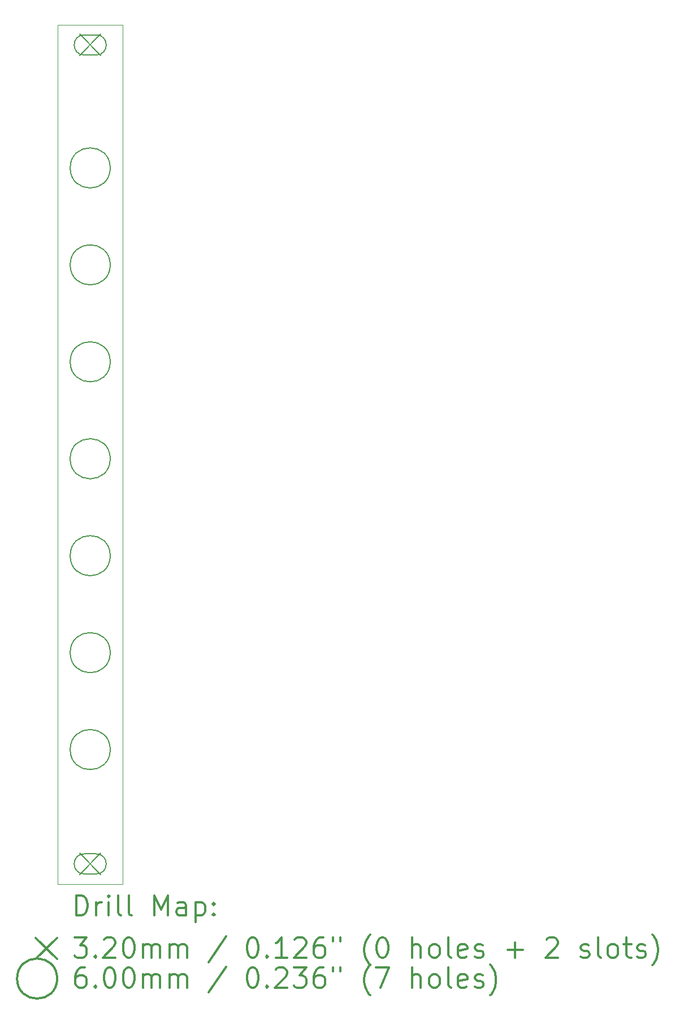
<source format=gbr>
%FSLAX45Y45*%
G04 Gerber Fmt 4.5, Leading zero omitted, Abs format (unit mm)*
G04 Created by KiCad (PCBNEW 5.1.9+dfsg1-1~bpo10+1) date 2022-02-16 02:46:18*
%MOMM*%
%LPD*%
G01*
G04 APERTURE LIST*
%TA.AperFunction,Profile*%
%ADD10C,0.100000*%
%TD*%
%ADD11C,0.200000*%
%ADD12C,0.300000*%
G04 APERTURE END LIST*
D10*
X12980000Y-5000000D02*
X12980000Y-17850000D01*
X12000000Y-5000000D02*
X12980000Y-5000000D01*
X12000000Y-17850000D02*
X12000000Y-5000000D01*
X12980000Y-17850000D02*
X12000000Y-17850000D01*
D11*
X12330000Y-5140000D02*
X12650000Y-5460000D01*
X12650000Y-5140000D02*
X12330000Y-5460000D01*
X12400000Y-5450000D02*
X12580000Y-5450000D01*
X12400000Y-5150000D02*
X12580000Y-5150000D01*
X12580000Y-5450000D02*
G75*
G03*
X12580000Y-5150000I0J150000D01*
G01*
X12400000Y-5150000D02*
G75*
G03*
X12400000Y-5450000I0J-150000D01*
G01*
X12330000Y-17390000D02*
X12650000Y-17710000D01*
X12650000Y-17390000D02*
X12330000Y-17710000D01*
X12400000Y-17700000D02*
X12580000Y-17700000D01*
X12400000Y-17400000D02*
X12580000Y-17400000D01*
X12580000Y-17700000D02*
G75*
G03*
X12580000Y-17400000I0J150000D01*
G01*
X12400000Y-17400000D02*
G75*
G03*
X12400000Y-17700000I0J-150000D01*
G01*
X12790000Y-7140000D02*
G75*
G03*
X12790000Y-7140000I-300000J0D01*
G01*
X12790000Y-8590000D02*
G75*
G03*
X12790000Y-8590000I-300000J0D01*
G01*
X12790000Y-10040000D02*
G75*
G03*
X12790000Y-10040000I-300000J0D01*
G01*
X12790000Y-11490000D02*
G75*
G03*
X12790000Y-11490000I-300000J0D01*
G01*
X12790000Y-12940000D02*
G75*
G03*
X12790000Y-12940000I-300000J0D01*
G01*
X12790000Y-14390000D02*
G75*
G03*
X12790000Y-14390000I-300000J0D01*
G01*
X12790000Y-15840000D02*
G75*
G03*
X12790000Y-15840000I-300000J0D01*
G01*
D12*
X12281428Y-18320714D02*
X12281428Y-18020714D01*
X12352857Y-18020714D01*
X12395714Y-18035000D01*
X12424286Y-18063572D01*
X12438571Y-18092143D01*
X12452857Y-18149286D01*
X12452857Y-18192143D01*
X12438571Y-18249286D01*
X12424286Y-18277857D01*
X12395714Y-18306429D01*
X12352857Y-18320714D01*
X12281428Y-18320714D01*
X12581428Y-18320714D02*
X12581428Y-18120714D01*
X12581428Y-18177857D02*
X12595714Y-18149286D01*
X12610000Y-18135000D01*
X12638571Y-18120714D01*
X12667143Y-18120714D01*
X12767143Y-18320714D02*
X12767143Y-18120714D01*
X12767143Y-18020714D02*
X12752857Y-18035000D01*
X12767143Y-18049286D01*
X12781428Y-18035000D01*
X12767143Y-18020714D01*
X12767143Y-18049286D01*
X12952857Y-18320714D02*
X12924286Y-18306429D01*
X12910000Y-18277857D01*
X12910000Y-18020714D01*
X13110000Y-18320714D02*
X13081428Y-18306429D01*
X13067143Y-18277857D01*
X13067143Y-18020714D01*
X13452857Y-18320714D02*
X13452857Y-18020714D01*
X13552857Y-18235000D01*
X13652857Y-18020714D01*
X13652857Y-18320714D01*
X13924286Y-18320714D02*
X13924286Y-18163572D01*
X13910000Y-18135000D01*
X13881428Y-18120714D01*
X13824286Y-18120714D01*
X13795714Y-18135000D01*
X13924286Y-18306429D02*
X13895714Y-18320714D01*
X13824286Y-18320714D01*
X13795714Y-18306429D01*
X13781428Y-18277857D01*
X13781428Y-18249286D01*
X13795714Y-18220714D01*
X13824286Y-18206429D01*
X13895714Y-18206429D01*
X13924286Y-18192143D01*
X14067143Y-18120714D02*
X14067143Y-18420714D01*
X14067143Y-18135000D02*
X14095714Y-18120714D01*
X14152857Y-18120714D01*
X14181428Y-18135000D01*
X14195714Y-18149286D01*
X14210000Y-18177857D01*
X14210000Y-18263572D01*
X14195714Y-18292143D01*
X14181428Y-18306429D01*
X14152857Y-18320714D01*
X14095714Y-18320714D01*
X14067143Y-18306429D01*
X14338571Y-18292143D02*
X14352857Y-18306429D01*
X14338571Y-18320714D01*
X14324286Y-18306429D01*
X14338571Y-18292143D01*
X14338571Y-18320714D01*
X14338571Y-18135000D02*
X14352857Y-18149286D01*
X14338571Y-18163572D01*
X14324286Y-18149286D01*
X14338571Y-18135000D01*
X14338571Y-18163572D01*
X11675000Y-18655000D02*
X11995000Y-18975000D01*
X11995000Y-18655000D02*
X11675000Y-18975000D01*
X12252857Y-18650714D02*
X12438571Y-18650714D01*
X12338571Y-18765000D01*
X12381428Y-18765000D01*
X12410000Y-18779286D01*
X12424286Y-18793572D01*
X12438571Y-18822143D01*
X12438571Y-18893572D01*
X12424286Y-18922143D01*
X12410000Y-18936429D01*
X12381428Y-18950714D01*
X12295714Y-18950714D01*
X12267143Y-18936429D01*
X12252857Y-18922143D01*
X12567143Y-18922143D02*
X12581428Y-18936429D01*
X12567143Y-18950714D01*
X12552857Y-18936429D01*
X12567143Y-18922143D01*
X12567143Y-18950714D01*
X12695714Y-18679286D02*
X12710000Y-18665000D01*
X12738571Y-18650714D01*
X12810000Y-18650714D01*
X12838571Y-18665000D01*
X12852857Y-18679286D01*
X12867143Y-18707857D01*
X12867143Y-18736429D01*
X12852857Y-18779286D01*
X12681428Y-18950714D01*
X12867143Y-18950714D01*
X13052857Y-18650714D02*
X13081428Y-18650714D01*
X13110000Y-18665000D01*
X13124286Y-18679286D01*
X13138571Y-18707857D01*
X13152857Y-18765000D01*
X13152857Y-18836429D01*
X13138571Y-18893572D01*
X13124286Y-18922143D01*
X13110000Y-18936429D01*
X13081428Y-18950714D01*
X13052857Y-18950714D01*
X13024286Y-18936429D01*
X13010000Y-18922143D01*
X12995714Y-18893572D01*
X12981428Y-18836429D01*
X12981428Y-18765000D01*
X12995714Y-18707857D01*
X13010000Y-18679286D01*
X13024286Y-18665000D01*
X13052857Y-18650714D01*
X13281428Y-18950714D02*
X13281428Y-18750714D01*
X13281428Y-18779286D02*
X13295714Y-18765000D01*
X13324286Y-18750714D01*
X13367143Y-18750714D01*
X13395714Y-18765000D01*
X13410000Y-18793572D01*
X13410000Y-18950714D01*
X13410000Y-18793572D02*
X13424286Y-18765000D01*
X13452857Y-18750714D01*
X13495714Y-18750714D01*
X13524286Y-18765000D01*
X13538571Y-18793572D01*
X13538571Y-18950714D01*
X13681428Y-18950714D02*
X13681428Y-18750714D01*
X13681428Y-18779286D02*
X13695714Y-18765000D01*
X13724286Y-18750714D01*
X13767143Y-18750714D01*
X13795714Y-18765000D01*
X13810000Y-18793572D01*
X13810000Y-18950714D01*
X13810000Y-18793572D02*
X13824286Y-18765000D01*
X13852857Y-18750714D01*
X13895714Y-18750714D01*
X13924286Y-18765000D01*
X13938571Y-18793572D01*
X13938571Y-18950714D01*
X14524286Y-18636429D02*
X14267143Y-19022143D01*
X14910000Y-18650714D02*
X14938571Y-18650714D01*
X14967143Y-18665000D01*
X14981428Y-18679286D01*
X14995714Y-18707857D01*
X15010000Y-18765000D01*
X15010000Y-18836429D01*
X14995714Y-18893572D01*
X14981428Y-18922143D01*
X14967143Y-18936429D01*
X14938571Y-18950714D01*
X14910000Y-18950714D01*
X14881428Y-18936429D01*
X14867143Y-18922143D01*
X14852857Y-18893572D01*
X14838571Y-18836429D01*
X14838571Y-18765000D01*
X14852857Y-18707857D01*
X14867143Y-18679286D01*
X14881428Y-18665000D01*
X14910000Y-18650714D01*
X15138571Y-18922143D02*
X15152857Y-18936429D01*
X15138571Y-18950714D01*
X15124286Y-18936429D01*
X15138571Y-18922143D01*
X15138571Y-18950714D01*
X15438571Y-18950714D02*
X15267143Y-18950714D01*
X15352857Y-18950714D02*
X15352857Y-18650714D01*
X15324286Y-18693572D01*
X15295714Y-18722143D01*
X15267143Y-18736429D01*
X15552857Y-18679286D02*
X15567143Y-18665000D01*
X15595714Y-18650714D01*
X15667143Y-18650714D01*
X15695714Y-18665000D01*
X15710000Y-18679286D01*
X15724286Y-18707857D01*
X15724286Y-18736429D01*
X15710000Y-18779286D01*
X15538571Y-18950714D01*
X15724286Y-18950714D01*
X15981428Y-18650714D02*
X15924286Y-18650714D01*
X15895714Y-18665000D01*
X15881428Y-18679286D01*
X15852857Y-18722143D01*
X15838571Y-18779286D01*
X15838571Y-18893572D01*
X15852857Y-18922143D01*
X15867143Y-18936429D01*
X15895714Y-18950714D01*
X15952857Y-18950714D01*
X15981428Y-18936429D01*
X15995714Y-18922143D01*
X16010000Y-18893572D01*
X16010000Y-18822143D01*
X15995714Y-18793572D01*
X15981428Y-18779286D01*
X15952857Y-18765000D01*
X15895714Y-18765000D01*
X15867143Y-18779286D01*
X15852857Y-18793572D01*
X15838571Y-18822143D01*
X16124286Y-18650714D02*
X16124286Y-18707857D01*
X16238571Y-18650714D02*
X16238571Y-18707857D01*
X16681428Y-19065000D02*
X16667143Y-19050714D01*
X16638571Y-19007857D01*
X16624286Y-18979286D01*
X16610000Y-18936429D01*
X16595714Y-18865000D01*
X16595714Y-18807857D01*
X16610000Y-18736429D01*
X16624286Y-18693572D01*
X16638571Y-18665000D01*
X16667143Y-18622143D01*
X16681428Y-18607857D01*
X16852857Y-18650714D02*
X16881428Y-18650714D01*
X16910000Y-18665000D01*
X16924286Y-18679286D01*
X16938571Y-18707857D01*
X16952857Y-18765000D01*
X16952857Y-18836429D01*
X16938571Y-18893572D01*
X16924286Y-18922143D01*
X16910000Y-18936429D01*
X16881428Y-18950714D01*
X16852857Y-18950714D01*
X16824286Y-18936429D01*
X16810000Y-18922143D01*
X16795714Y-18893572D01*
X16781428Y-18836429D01*
X16781428Y-18765000D01*
X16795714Y-18707857D01*
X16810000Y-18679286D01*
X16824286Y-18665000D01*
X16852857Y-18650714D01*
X17310000Y-18950714D02*
X17310000Y-18650714D01*
X17438571Y-18950714D02*
X17438571Y-18793572D01*
X17424286Y-18765000D01*
X17395714Y-18750714D01*
X17352857Y-18750714D01*
X17324286Y-18765000D01*
X17310000Y-18779286D01*
X17624286Y-18950714D02*
X17595714Y-18936429D01*
X17581428Y-18922143D01*
X17567143Y-18893572D01*
X17567143Y-18807857D01*
X17581428Y-18779286D01*
X17595714Y-18765000D01*
X17624286Y-18750714D01*
X17667143Y-18750714D01*
X17695714Y-18765000D01*
X17710000Y-18779286D01*
X17724286Y-18807857D01*
X17724286Y-18893572D01*
X17710000Y-18922143D01*
X17695714Y-18936429D01*
X17667143Y-18950714D01*
X17624286Y-18950714D01*
X17895714Y-18950714D02*
X17867143Y-18936429D01*
X17852857Y-18907857D01*
X17852857Y-18650714D01*
X18124286Y-18936429D02*
X18095714Y-18950714D01*
X18038571Y-18950714D01*
X18010000Y-18936429D01*
X17995714Y-18907857D01*
X17995714Y-18793572D01*
X18010000Y-18765000D01*
X18038571Y-18750714D01*
X18095714Y-18750714D01*
X18124286Y-18765000D01*
X18138571Y-18793572D01*
X18138571Y-18822143D01*
X17995714Y-18850714D01*
X18252857Y-18936429D02*
X18281428Y-18950714D01*
X18338571Y-18950714D01*
X18367143Y-18936429D01*
X18381428Y-18907857D01*
X18381428Y-18893572D01*
X18367143Y-18865000D01*
X18338571Y-18850714D01*
X18295714Y-18850714D01*
X18267143Y-18836429D01*
X18252857Y-18807857D01*
X18252857Y-18793572D01*
X18267143Y-18765000D01*
X18295714Y-18750714D01*
X18338571Y-18750714D01*
X18367143Y-18765000D01*
X18738571Y-18836429D02*
X18967143Y-18836429D01*
X18852857Y-18950714D02*
X18852857Y-18722143D01*
X19324286Y-18679286D02*
X19338571Y-18665000D01*
X19367143Y-18650714D01*
X19438571Y-18650714D01*
X19467143Y-18665000D01*
X19481428Y-18679286D01*
X19495714Y-18707857D01*
X19495714Y-18736429D01*
X19481428Y-18779286D01*
X19310000Y-18950714D01*
X19495714Y-18950714D01*
X19838571Y-18936429D02*
X19867143Y-18950714D01*
X19924286Y-18950714D01*
X19952857Y-18936429D01*
X19967143Y-18907857D01*
X19967143Y-18893572D01*
X19952857Y-18865000D01*
X19924286Y-18850714D01*
X19881428Y-18850714D01*
X19852857Y-18836429D01*
X19838571Y-18807857D01*
X19838571Y-18793572D01*
X19852857Y-18765000D01*
X19881428Y-18750714D01*
X19924286Y-18750714D01*
X19952857Y-18765000D01*
X20138571Y-18950714D02*
X20110000Y-18936429D01*
X20095714Y-18907857D01*
X20095714Y-18650714D01*
X20295714Y-18950714D02*
X20267143Y-18936429D01*
X20252857Y-18922143D01*
X20238571Y-18893572D01*
X20238571Y-18807857D01*
X20252857Y-18779286D01*
X20267143Y-18765000D01*
X20295714Y-18750714D01*
X20338571Y-18750714D01*
X20367143Y-18765000D01*
X20381428Y-18779286D01*
X20395714Y-18807857D01*
X20395714Y-18893572D01*
X20381428Y-18922143D01*
X20367143Y-18936429D01*
X20338571Y-18950714D01*
X20295714Y-18950714D01*
X20481428Y-18750714D02*
X20595714Y-18750714D01*
X20524286Y-18650714D02*
X20524286Y-18907857D01*
X20538571Y-18936429D01*
X20567143Y-18950714D01*
X20595714Y-18950714D01*
X20681428Y-18936429D02*
X20710000Y-18950714D01*
X20767143Y-18950714D01*
X20795714Y-18936429D01*
X20810000Y-18907857D01*
X20810000Y-18893572D01*
X20795714Y-18865000D01*
X20767143Y-18850714D01*
X20724286Y-18850714D01*
X20695714Y-18836429D01*
X20681428Y-18807857D01*
X20681428Y-18793572D01*
X20695714Y-18765000D01*
X20724286Y-18750714D01*
X20767143Y-18750714D01*
X20795714Y-18765000D01*
X20910000Y-19065000D02*
X20924286Y-19050714D01*
X20952857Y-19007857D01*
X20967143Y-18979286D01*
X20981428Y-18936429D01*
X20995714Y-18865000D01*
X20995714Y-18807857D01*
X20981428Y-18736429D01*
X20967143Y-18693572D01*
X20952857Y-18665000D01*
X20924286Y-18622143D01*
X20910000Y-18607857D01*
X11995000Y-19265000D02*
G75*
G03*
X11995000Y-19265000I-300000J0D01*
G01*
X12410000Y-19100714D02*
X12352857Y-19100714D01*
X12324286Y-19115000D01*
X12310000Y-19129286D01*
X12281428Y-19172143D01*
X12267143Y-19229286D01*
X12267143Y-19343572D01*
X12281428Y-19372143D01*
X12295714Y-19386429D01*
X12324286Y-19400714D01*
X12381428Y-19400714D01*
X12410000Y-19386429D01*
X12424286Y-19372143D01*
X12438571Y-19343572D01*
X12438571Y-19272143D01*
X12424286Y-19243572D01*
X12410000Y-19229286D01*
X12381428Y-19215000D01*
X12324286Y-19215000D01*
X12295714Y-19229286D01*
X12281428Y-19243572D01*
X12267143Y-19272143D01*
X12567143Y-19372143D02*
X12581428Y-19386429D01*
X12567143Y-19400714D01*
X12552857Y-19386429D01*
X12567143Y-19372143D01*
X12567143Y-19400714D01*
X12767143Y-19100714D02*
X12795714Y-19100714D01*
X12824286Y-19115000D01*
X12838571Y-19129286D01*
X12852857Y-19157857D01*
X12867143Y-19215000D01*
X12867143Y-19286429D01*
X12852857Y-19343572D01*
X12838571Y-19372143D01*
X12824286Y-19386429D01*
X12795714Y-19400714D01*
X12767143Y-19400714D01*
X12738571Y-19386429D01*
X12724286Y-19372143D01*
X12710000Y-19343572D01*
X12695714Y-19286429D01*
X12695714Y-19215000D01*
X12710000Y-19157857D01*
X12724286Y-19129286D01*
X12738571Y-19115000D01*
X12767143Y-19100714D01*
X13052857Y-19100714D02*
X13081428Y-19100714D01*
X13110000Y-19115000D01*
X13124286Y-19129286D01*
X13138571Y-19157857D01*
X13152857Y-19215000D01*
X13152857Y-19286429D01*
X13138571Y-19343572D01*
X13124286Y-19372143D01*
X13110000Y-19386429D01*
X13081428Y-19400714D01*
X13052857Y-19400714D01*
X13024286Y-19386429D01*
X13010000Y-19372143D01*
X12995714Y-19343572D01*
X12981428Y-19286429D01*
X12981428Y-19215000D01*
X12995714Y-19157857D01*
X13010000Y-19129286D01*
X13024286Y-19115000D01*
X13052857Y-19100714D01*
X13281428Y-19400714D02*
X13281428Y-19200714D01*
X13281428Y-19229286D02*
X13295714Y-19215000D01*
X13324286Y-19200714D01*
X13367143Y-19200714D01*
X13395714Y-19215000D01*
X13410000Y-19243572D01*
X13410000Y-19400714D01*
X13410000Y-19243572D02*
X13424286Y-19215000D01*
X13452857Y-19200714D01*
X13495714Y-19200714D01*
X13524286Y-19215000D01*
X13538571Y-19243572D01*
X13538571Y-19400714D01*
X13681428Y-19400714D02*
X13681428Y-19200714D01*
X13681428Y-19229286D02*
X13695714Y-19215000D01*
X13724286Y-19200714D01*
X13767143Y-19200714D01*
X13795714Y-19215000D01*
X13810000Y-19243572D01*
X13810000Y-19400714D01*
X13810000Y-19243572D02*
X13824286Y-19215000D01*
X13852857Y-19200714D01*
X13895714Y-19200714D01*
X13924286Y-19215000D01*
X13938571Y-19243572D01*
X13938571Y-19400714D01*
X14524286Y-19086429D02*
X14267143Y-19472143D01*
X14910000Y-19100714D02*
X14938571Y-19100714D01*
X14967143Y-19115000D01*
X14981428Y-19129286D01*
X14995714Y-19157857D01*
X15010000Y-19215000D01*
X15010000Y-19286429D01*
X14995714Y-19343572D01*
X14981428Y-19372143D01*
X14967143Y-19386429D01*
X14938571Y-19400714D01*
X14910000Y-19400714D01*
X14881428Y-19386429D01*
X14867143Y-19372143D01*
X14852857Y-19343572D01*
X14838571Y-19286429D01*
X14838571Y-19215000D01*
X14852857Y-19157857D01*
X14867143Y-19129286D01*
X14881428Y-19115000D01*
X14910000Y-19100714D01*
X15138571Y-19372143D02*
X15152857Y-19386429D01*
X15138571Y-19400714D01*
X15124286Y-19386429D01*
X15138571Y-19372143D01*
X15138571Y-19400714D01*
X15267143Y-19129286D02*
X15281428Y-19115000D01*
X15310000Y-19100714D01*
X15381428Y-19100714D01*
X15410000Y-19115000D01*
X15424286Y-19129286D01*
X15438571Y-19157857D01*
X15438571Y-19186429D01*
X15424286Y-19229286D01*
X15252857Y-19400714D01*
X15438571Y-19400714D01*
X15538571Y-19100714D02*
X15724286Y-19100714D01*
X15624286Y-19215000D01*
X15667143Y-19215000D01*
X15695714Y-19229286D01*
X15710000Y-19243572D01*
X15724286Y-19272143D01*
X15724286Y-19343572D01*
X15710000Y-19372143D01*
X15695714Y-19386429D01*
X15667143Y-19400714D01*
X15581428Y-19400714D01*
X15552857Y-19386429D01*
X15538571Y-19372143D01*
X15981428Y-19100714D02*
X15924286Y-19100714D01*
X15895714Y-19115000D01*
X15881428Y-19129286D01*
X15852857Y-19172143D01*
X15838571Y-19229286D01*
X15838571Y-19343572D01*
X15852857Y-19372143D01*
X15867143Y-19386429D01*
X15895714Y-19400714D01*
X15952857Y-19400714D01*
X15981428Y-19386429D01*
X15995714Y-19372143D01*
X16010000Y-19343572D01*
X16010000Y-19272143D01*
X15995714Y-19243572D01*
X15981428Y-19229286D01*
X15952857Y-19215000D01*
X15895714Y-19215000D01*
X15867143Y-19229286D01*
X15852857Y-19243572D01*
X15838571Y-19272143D01*
X16124286Y-19100714D02*
X16124286Y-19157857D01*
X16238571Y-19100714D02*
X16238571Y-19157857D01*
X16681428Y-19515000D02*
X16667143Y-19500714D01*
X16638571Y-19457857D01*
X16624286Y-19429286D01*
X16610000Y-19386429D01*
X16595714Y-19315000D01*
X16595714Y-19257857D01*
X16610000Y-19186429D01*
X16624286Y-19143572D01*
X16638571Y-19115000D01*
X16667143Y-19072143D01*
X16681428Y-19057857D01*
X16767143Y-19100714D02*
X16967143Y-19100714D01*
X16838571Y-19400714D01*
X17310000Y-19400714D02*
X17310000Y-19100714D01*
X17438571Y-19400714D02*
X17438571Y-19243572D01*
X17424286Y-19215000D01*
X17395714Y-19200714D01*
X17352857Y-19200714D01*
X17324286Y-19215000D01*
X17310000Y-19229286D01*
X17624286Y-19400714D02*
X17595714Y-19386429D01*
X17581428Y-19372143D01*
X17567143Y-19343572D01*
X17567143Y-19257857D01*
X17581428Y-19229286D01*
X17595714Y-19215000D01*
X17624286Y-19200714D01*
X17667143Y-19200714D01*
X17695714Y-19215000D01*
X17710000Y-19229286D01*
X17724286Y-19257857D01*
X17724286Y-19343572D01*
X17710000Y-19372143D01*
X17695714Y-19386429D01*
X17667143Y-19400714D01*
X17624286Y-19400714D01*
X17895714Y-19400714D02*
X17867143Y-19386429D01*
X17852857Y-19357857D01*
X17852857Y-19100714D01*
X18124286Y-19386429D02*
X18095714Y-19400714D01*
X18038571Y-19400714D01*
X18010000Y-19386429D01*
X17995714Y-19357857D01*
X17995714Y-19243572D01*
X18010000Y-19215000D01*
X18038571Y-19200714D01*
X18095714Y-19200714D01*
X18124286Y-19215000D01*
X18138571Y-19243572D01*
X18138571Y-19272143D01*
X17995714Y-19300714D01*
X18252857Y-19386429D02*
X18281428Y-19400714D01*
X18338571Y-19400714D01*
X18367143Y-19386429D01*
X18381428Y-19357857D01*
X18381428Y-19343572D01*
X18367143Y-19315000D01*
X18338571Y-19300714D01*
X18295714Y-19300714D01*
X18267143Y-19286429D01*
X18252857Y-19257857D01*
X18252857Y-19243572D01*
X18267143Y-19215000D01*
X18295714Y-19200714D01*
X18338571Y-19200714D01*
X18367143Y-19215000D01*
X18481428Y-19515000D02*
X18495714Y-19500714D01*
X18524286Y-19457857D01*
X18538571Y-19429286D01*
X18552857Y-19386429D01*
X18567143Y-19315000D01*
X18567143Y-19257857D01*
X18552857Y-19186429D01*
X18538571Y-19143572D01*
X18524286Y-19115000D01*
X18495714Y-19072143D01*
X18481428Y-19057857D01*
M02*

</source>
